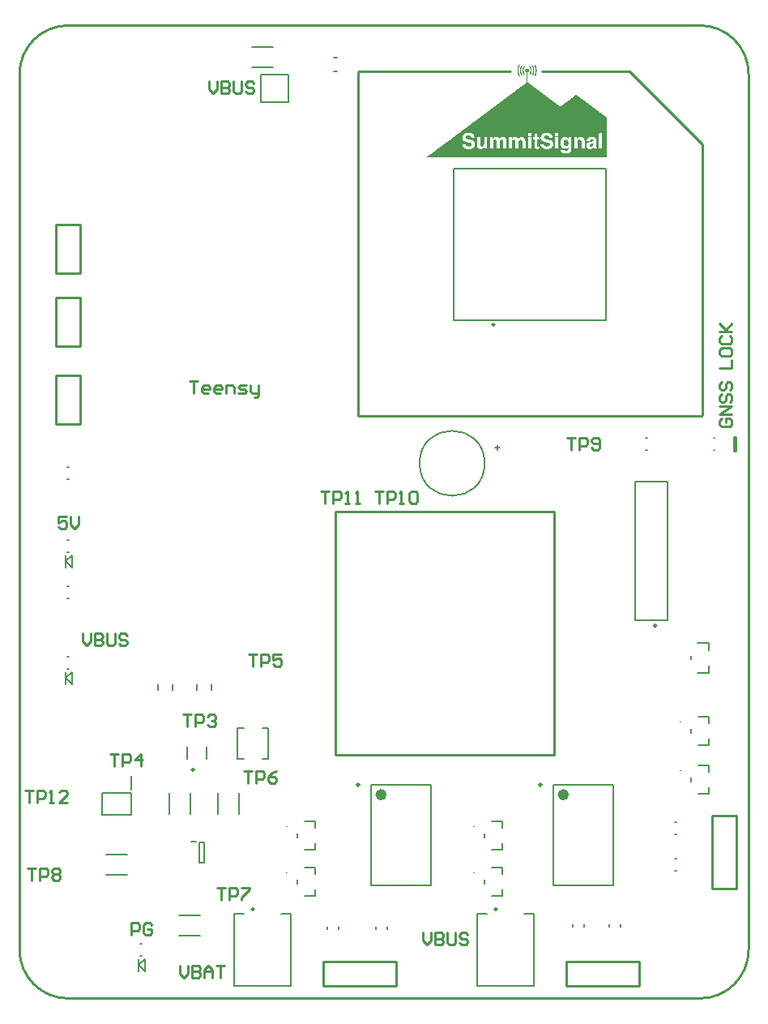
<source format=gto>
G04*
G04 #@! TF.GenerationSoftware,Altium Limited,Altium Designer,23.8.1 (32)*
G04*
G04 Layer_Color=65535*
%FSLAX25Y25*%
%MOIN*%
G70*
G04*
G04 #@! TF.SameCoordinates,29178C35-F4AC-4926-8FEA-C3B9FECDB407*
G04*
G04*
G04 #@! TF.FilePolarity,Positive*
G04*
G01*
G75*
%ADD10C,0.00394*%
%ADD11C,0.00787*%
%ADD12C,0.02362*%
%ADD13C,0.00984*%
%ADD14C,0.01000*%
%ADD15C,0.01575*%
G36*
X310067Y483088D02*
X310140D01*
Y483015D01*
X310286D01*
Y482941D01*
X310360D01*
Y482868D01*
X310433D01*
Y482722D01*
X310506D01*
Y482576D01*
X310579D01*
Y482357D01*
X310652D01*
Y482064D01*
X310725D01*
Y480822D01*
X310652D01*
Y480529D01*
X310579D01*
Y480383D01*
X310506D01*
Y480237D01*
X310433D01*
Y480091D01*
X310360D01*
Y480018D01*
X310286D01*
Y479944D01*
X310213D01*
Y479871D01*
X310140D01*
Y479798D01*
X310067D01*
Y479725D01*
X309921D01*
Y479798D01*
X309848D01*
Y480164D01*
X309921D01*
Y480310D01*
X309994D01*
Y480456D01*
X310067D01*
Y480675D01*
X310140D01*
Y480895D01*
X310213D01*
Y481187D01*
X310286D01*
Y481626D01*
Y481699D01*
Y481991D01*
X310213D01*
Y482284D01*
X310140D01*
Y482503D01*
X310067D01*
Y482576D01*
X309994D01*
Y482722D01*
X309921D01*
Y482795D01*
X309848D01*
Y482941D01*
X309775D01*
Y483015D01*
X309702D01*
Y483161D01*
X310067D01*
Y483088D01*
D02*
G37*
G36*
X307947Y482941D02*
X307874D01*
Y482868D01*
X307801D01*
Y482722D01*
X307728D01*
Y482649D01*
X307655D01*
Y482503D01*
X307582D01*
Y482357D01*
X307509D01*
Y482137D01*
X307436D01*
Y481114D01*
X307509D01*
Y480822D01*
X307582D01*
Y480602D01*
X307655D01*
Y480456D01*
X307728D01*
Y480310D01*
X307801D01*
Y480091D01*
X307874D01*
Y479798D01*
X307801D01*
Y479725D01*
X307655D01*
Y479798D01*
X307582D01*
Y479871D01*
X307509D01*
Y479944D01*
X307436D01*
Y480018D01*
X307363D01*
Y480091D01*
X307290D01*
Y480164D01*
X307216D01*
Y480310D01*
X307143D01*
Y480456D01*
X307070D01*
Y480749D01*
X306997D01*
Y481260D01*
X306924D01*
Y481626D01*
X306997D01*
Y482210D01*
X307070D01*
Y482430D01*
X307143D01*
Y482649D01*
X307216D01*
Y482795D01*
X307290D01*
Y482868D01*
X307363D01*
Y482941D01*
X307436D01*
Y483015D01*
X307509D01*
Y483088D01*
X307655D01*
Y483161D01*
X307947D01*
Y482941D01*
D02*
G37*
G36*
X311017Y483453D02*
X311164D01*
Y483380D01*
X311237D01*
Y483307D01*
X311310D01*
Y483234D01*
X311383D01*
Y483161D01*
X311456D01*
Y483015D01*
X311529D01*
Y482868D01*
X311602D01*
Y482649D01*
X311675D01*
Y482284D01*
X311749D01*
Y480602D01*
X311675D01*
Y480310D01*
X311602D01*
Y480091D01*
X311529D01*
Y479944D01*
X311456D01*
Y479798D01*
X311383D01*
Y479725D01*
X311310D01*
Y479652D01*
X311237D01*
Y479506D01*
X311164D01*
Y479433D01*
X310944D01*
Y479506D01*
X310871D01*
Y479871D01*
X310944D01*
Y480091D01*
X311017D01*
Y480237D01*
X311091D01*
Y480456D01*
X311164D01*
Y480749D01*
X311237D01*
Y481114D01*
X311310D01*
Y482210D01*
X311237D01*
Y482503D01*
X311164D01*
Y482722D01*
X311091D01*
Y482868D01*
X311017D01*
Y483015D01*
X310944D01*
Y483088D01*
X310871D01*
Y483234D01*
X310798D01*
Y483380D01*
X310725D01*
Y483453D01*
X310798D01*
Y483526D01*
X311017D01*
Y483453D01*
D02*
G37*
G36*
X306924Y483234D02*
X306851D01*
Y483161D01*
X306778D01*
Y483015D01*
X306705D01*
Y482868D01*
X306632D01*
Y482722D01*
X306558D01*
Y482576D01*
X306485D01*
Y482284D01*
X306412D01*
Y481041D01*
Y480968D01*
X306485D01*
Y480675D01*
X306558D01*
Y480456D01*
X306632D01*
Y480237D01*
X306705D01*
Y480018D01*
X306778D01*
Y479798D01*
X306851D01*
Y479579D01*
X306778D01*
Y479433D01*
X306558D01*
Y479506D01*
X306485D01*
Y479579D01*
X306412D01*
Y479652D01*
X306339D01*
Y479798D01*
X306266D01*
Y479944D01*
X306193D01*
Y480091D01*
X306120D01*
Y480237D01*
X306047D01*
Y480529D01*
X305974D01*
Y480968D01*
X305901D01*
Y481845D01*
X305974D01*
Y482357D01*
X306047D01*
Y482722D01*
X306120D01*
Y482868D01*
X306193D01*
Y483088D01*
X306266D01*
Y483161D01*
X306339D01*
Y483234D01*
X306412D01*
Y483307D01*
X306485D01*
Y483380D01*
X306558D01*
Y483453D01*
X306705D01*
Y483526D01*
X306924D01*
Y483234D01*
D02*
G37*
G36*
X312041Y483819D02*
X312114D01*
Y483746D01*
X312187D01*
Y483673D01*
X312260D01*
Y483599D01*
X312333D01*
Y483526D01*
X312406D01*
Y483453D01*
X312479D01*
Y483307D01*
X312553D01*
Y483161D01*
X312626D01*
Y482868D01*
X312699D01*
Y482503D01*
X312772D01*
Y481772D01*
X312845D01*
Y481041D01*
X312772D01*
Y480383D01*
X312699D01*
Y480091D01*
X312626D01*
Y479871D01*
X312553D01*
Y479652D01*
X312479D01*
Y479506D01*
X312406D01*
Y479433D01*
X312333D01*
Y479286D01*
X312260D01*
Y479213D01*
X312187D01*
Y479140D01*
X312114D01*
Y479067D01*
X311968D01*
Y479213D01*
X311895D01*
Y479579D01*
X311968D01*
Y479798D01*
X312041D01*
Y480018D01*
X312114D01*
Y480237D01*
X312187D01*
Y480602D01*
X312260D01*
Y480968D01*
X312333D01*
Y482430D01*
X312260D01*
Y482722D01*
X312187D01*
Y482941D01*
X312114D01*
Y483015D01*
Y483088D01*
X312041D01*
Y483307D01*
X311968D01*
Y483380D01*
X311895D01*
Y483526D01*
X311822D01*
Y483892D01*
X312041D01*
Y483819D01*
D02*
G37*
G36*
X305901Y483599D02*
X305827D01*
Y483453D01*
X305754D01*
Y483307D01*
X305681D01*
Y483161D01*
X305608D01*
Y483015D01*
X305535D01*
Y482795D01*
X305462D01*
Y482503D01*
X305389D01*
Y481918D01*
X305316D01*
Y481480D01*
X305389D01*
Y481114D01*
Y481041D01*
Y480822D01*
X305462D01*
Y480456D01*
X305535D01*
Y480164D01*
X305608D01*
Y479944D01*
X305681D01*
Y479725D01*
X305754D01*
Y479360D01*
X305827D01*
Y479286D01*
X305754D01*
Y479067D01*
X305535D01*
Y479140D01*
X305462D01*
Y479286D01*
X305389D01*
Y479360D01*
X305316D01*
Y479506D01*
X305243D01*
Y479652D01*
X305170D01*
Y479798D01*
X305097D01*
Y480018D01*
X305023D01*
Y480310D01*
X304950D01*
Y480822D01*
X304877D01*
Y482064D01*
X304950D01*
Y482576D01*
X305023D01*
Y482941D01*
X305097D01*
Y483161D01*
X305170D01*
Y483380D01*
X305243D01*
Y483453D01*
X305316D01*
Y483599D01*
X305389D01*
Y483673D01*
X305462D01*
Y483746D01*
X305608D01*
Y483819D01*
X305681D01*
Y483892D01*
X305901D01*
Y483599D01*
D02*
G37*
G36*
X309190Y482210D02*
X309336D01*
Y482137D01*
X309409D01*
Y482064D01*
X309483D01*
Y481991D01*
X309556D01*
Y481845D01*
X309629D01*
Y481699D01*
X309702D01*
Y481260D01*
X309629D01*
Y481041D01*
X309556D01*
Y480968D01*
X309483D01*
Y480895D01*
X309409D01*
Y480822D01*
X309336D01*
Y480749D01*
X309263D01*
Y480675D01*
X309117D01*
Y476582D01*
X309190D01*
Y476509D01*
X309263D01*
Y476436D01*
X309409D01*
Y476363D01*
X309483D01*
Y476290D01*
X309556D01*
Y476216D01*
X309702D01*
Y476143D01*
X309775D01*
Y476070D01*
X309848D01*
Y475997D01*
X309994D01*
Y475924D01*
X310067D01*
Y475851D01*
X310140D01*
Y475778D01*
X310286D01*
Y475705D01*
X310360D01*
Y475632D01*
X310433D01*
Y475559D01*
X310579D01*
Y475485D01*
X310652D01*
Y475412D01*
X310725D01*
Y475339D01*
X310871D01*
Y475266D01*
X310944D01*
Y475193D01*
X311017D01*
Y475120D01*
X311164D01*
Y475047D01*
X311237D01*
Y474974D01*
X311310D01*
Y474901D01*
X311456D01*
Y474827D01*
X311529D01*
Y474754D01*
X311602D01*
Y474681D01*
X311749D01*
Y474608D01*
X311822D01*
Y474535D01*
X311895D01*
Y474462D01*
X312041D01*
Y474389D01*
X312114D01*
Y474316D01*
X312187D01*
Y474243D01*
X312333D01*
Y474170D01*
X312406D01*
Y474096D01*
X312479D01*
Y474023D01*
X312626D01*
Y473950D01*
X312699D01*
Y473877D01*
X312772D01*
Y473804D01*
X312918D01*
Y473731D01*
X312991D01*
Y473658D01*
X313064D01*
Y473585D01*
X313211D01*
Y473512D01*
X313284D01*
Y473439D01*
X313357D01*
Y473365D01*
X313503D01*
Y473292D01*
X313576D01*
Y473219D01*
X313722D01*
Y473146D01*
X313795D01*
Y473073D01*
X313868D01*
Y473000D01*
X314015D01*
Y472927D01*
X314088D01*
Y472854D01*
X314161D01*
Y472781D01*
X314307D01*
Y472708D01*
X314380D01*
Y472635D01*
X314453D01*
Y472561D01*
X314599D01*
Y472488D01*
X314672D01*
Y472415D01*
X314746D01*
Y472342D01*
X314892D01*
Y472269D01*
X314965D01*
Y472196D01*
X315038D01*
Y472123D01*
X315184D01*
Y472050D01*
X315257D01*
Y471977D01*
X315330D01*
Y471904D01*
X315477D01*
Y471830D01*
X315550D01*
Y471757D01*
X315623D01*
Y471684D01*
X315769D01*
Y471611D01*
X315842D01*
Y471538D01*
X315915D01*
Y471465D01*
X316061D01*
Y471392D01*
X316135D01*
Y471319D01*
X316208D01*
Y471246D01*
X316354D01*
Y471173D01*
X316427D01*
Y471099D01*
X316500D01*
Y471026D01*
X316646D01*
Y470953D01*
X316719D01*
Y470880D01*
X316792D01*
Y470807D01*
X316939D01*
Y470734D01*
X317012D01*
Y470661D01*
X317085D01*
Y470588D01*
X317231D01*
Y470515D01*
X317304D01*
Y470441D01*
X317377D01*
Y470368D01*
X317523D01*
Y470295D01*
X317597D01*
Y470222D01*
X317670D01*
Y470149D01*
X317816D01*
Y470076D01*
X317889D01*
Y470003D01*
X318035D01*
Y469930D01*
X318108D01*
Y469857D01*
X318181D01*
Y469784D01*
X318254D01*
Y469710D01*
X318401D01*
Y469637D01*
X318474D01*
Y469564D01*
X318620D01*
Y469491D01*
X318693D01*
Y469418D01*
X318766D01*
Y469345D01*
X318839D01*
Y469272D01*
X318985D01*
Y469199D01*
X319058D01*
Y469126D01*
X319205D01*
Y469053D01*
X319278D01*
Y468980D01*
X319351D01*
Y468906D01*
X319497D01*
Y468833D01*
X319570D01*
Y468760D01*
X319643D01*
Y468687D01*
X319790D01*
Y468614D01*
X319863D01*
Y468541D01*
X319936D01*
Y468468D01*
X320082D01*
Y468395D01*
X320155D01*
Y468322D01*
X320228D01*
Y468249D01*
X320374D01*
Y468175D01*
X320447D01*
Y468102D01*
X320520D01*
Y468029D01*
X320667D01*
Y467956D01*
X320740D01*
Y467883D01*
X320813D01*
Y467810D01*
X320959D01*
Y467737D01*
X321032D01*
Y467664D01*
X321105D01*
Y467591D01*
X321252D01*
Y467518D01*
X321325D01*
Y467444D01*
X321398D01*
Y467371D01*
X321544D01*
Y467298D01*
X321617D01*
Y467225D01*
X321690D01*
Y467152D01*
X321836D01*
Y467079D01*
X321909D01*
Y467006D01*
X321983D01*
Y466933D01*
X322129D01*
Y466860D01*
X322202D01*
Y466786D01*
X322275D01*
Y466713D01*
X322421D01*
Y466640D01*
X322640D01*
Y466713D01*
X322713D01*
Y466786D01*
X322860D01*
Y466860D01*
X322933D01*
Y466933D01*
X323006D01*
Y467006D01*
X323079D01*
Y467079D01*
X323225D01*
Y467152D01*
X323298D01*
Y467225D01*
X323444D01*
Y467298D01*
X323517D01*
Y467371D01*
X323591D01*
Y467444D01*
X323737D01*
Y467518D01*
X323810D01*
Y467591D01*
X323883D01*
Y467664D01*
X324029D01*
Y467737D01*
X324102D01*
Y467810D01*
X324175D01*
Y467883D01*
X324322D01*
Y467956D01*
X324395D01*
Y468029D01*
X324468D01*
Y468102D01*
X324614D01*
Y468175D01*
X324687D01*
Y468249D01*
X324760D01*
Y468322D01*
X324906D01*
Y468395D01*
X324979D01*
Y468468D01*
X325053D01*
Y468541D01*
X325199D01*
Y468614D01*
X325272D01*
Y468687D01*
X325345D01*
Y468760D01*
X325491D01*
Y468833D01*
X325564D01*
Y468906D01*
X325637D01*
Y468980D01*
X325784D01*
Y469053D01*
X325857D01*
Y469126D01*
X325930D01*
Y469199D01*
X326076D01*
Y469272D01*
X326149D01*
Y469345D01*
X326222D01*
Y469418D01*
X326368D01*
Y469491D01*
X326442D01*
Y469564D01*
X326515D01*
Y469637D01*
X326661D01*
Y469710D01*
X326734D01*
Y469784D01*
X326807D01*
Y469857D01*
X326953D01*
Y469930D01*
X327026D01*
Y470003D01*
X327099D01*
Y470076D01*
X327246D01*
Y470149D01*
X327319D01*
Y470222D01*
X327392D01*
Y470295D01*
X327538D01*
Y470368D01*
X327611D01*
Y470441D01*
X327684D01*
Y470515D01*
X327830D01*
Y470588D01*
X327904D01*
Y470661D01*
X328050D01*
Y470734D01*
X328123D01*
Y470807D01*
X328196D01*
Y470880D01*
X328342D01*
Y470953D01*
X328415D01*
Y471026D01*
X328488D01*
Y471099D01*
X328635D01*
Y471173D01*
X328708D01*
Y471246D01*
X328781D01*
Y471319D01*
X328927D01*
Y471392D01*
X329000D01*
Y471465D01*
X329219D01*
Y471392D01*
X329292D01*
Y471319D01*
X329365D01*
Y471246D01*
X329512D01*
Y471173D01*
X329585D01*
Y471099D01*
X329658D01*
Y471026D01*
X329804D01*
Y470953D01*
X329877D01*
Y470880D01*
X329950D01*
Y470807D01*
X330097D01*
Y470734D01*
X330170D01*
Y470661D01*
X330243D01*
Y470588D01*
X330389D01*
Y470515D01*
X330462D01*
Y470441D01*
X330535D01*
Y470368D01*
X330681D01*
Y470295D01*
X330754D01*
Y470222D01*
X330827D01*
Y470149D01*
X330974D01*
Y470076D01*
X331047D01*
Y470003D01*
X331120D01*
Y469930D01*
X331266D01*
Y469857D01*
X331339D01*
Y469784D01*
X331412D01*
Y469710D01*
X331558D01*
Y469637D01*
X331632D01*
Y469564D01*
X331705D01*
Y469491D01*
X331851D01*
Y469418D01*
X331924D01*
Y469345D01*
X331997D01*
Y469272D01*
X332143D01*
Y469199D01*
X332216D01*
Y469126D01*
X332290D01*
Y469053D01*
X332436D01*
Y468980D01*
X332509D01*
Y468906D01*
X332582D01*
Y468833D01*
X332728D01*
Y468760D01*
X332801D01*
Y468687D01*
X332874D01*
Y468614D01*
X333020D01*
Y468541D01*
X333094D01*
Y468468D01*
X333240D01*
Y468395D01*
X333313D01*
Y468322D01*
X333386D01*
Y468249D01*
X333532D01*
Y468175D01*
X333605D01*
Y468102D01*
X333678D01*
Y468029D01*
X333825D01*
Y467956D01*
X333898D01*
Y467883D01*
X333971D01*
Y467810D01*
X334117D01*
Y467737D01*
X334190D01*
Y467664D01*
X334263D01*
Y467591D01*
X334409D01*
Y467518D01*
X334483D01*
Y467444D01*
X334556D01*
Y467371D01*
X334702D01*
Y467298D01*
X334775D01*
Y467225D01*
X334848D01*
Y467152D01*
X334994D01*
Y467079D01*
X335067D01*
Y467006D01*
X335140D01*
Y466933D01*
X335286D01*
Y466860D01*
X335360D01*
Y466786D01*
X335433D01*
Y466713D01*
X335579D01*
Y466640D01*
X335652D01*
Y466567D01*
X335725D01*
Y466494D01*
X335871D01*
Y466421D01*
X335944D01*
Y466348D01*
X336017D01*
Y466275D01*
X336164D01*
Y466202D01*
X336237D01*
Y466129D01*
X336310D01*
Y466056D01*
X336456D01*
Y465982D01*
X336529D01*
Y465909D01*
X336602D01*
Y465836D01*
X336749D01*
Y465763D01*
X336822D01*
Y465690D01*
X336895D01*
Y465617D01*
X337041D01*
Y465544D01*
X337114D01*
Y465471D01*
X337187D01*
Y465398D01*
X337333D01*
Y465325D01*
X337406D01*
Y465251D01*
X337479D01*
Y465178D01*
X337626D01*
Y465105D01*
X337699D01*
Y465032D01*
X337845D01*
Y464959D01*
X337918D01*
Y464886D01*
X337991D01*
Y464813D01*
X338137D01*
Y464740D01*
X338211D01*
Y464667D01*
X338284D01*
Y464594D01*
X338430D01*
Y464521D01*
X338503D01*
Y464447D01*
X338576D01*
Y464374D01*
X338722D01*
Y464301D01*
X338795D01*
Y464228D01*
X338868D01*
Y464155D01*
X339015D01*
Y464082D01*
X339088D01*
Y464009D01*
X339161D01*
Y463936D01*
X339307D01*
Y463863D01*
X339380D01*
Y463790D01*
X339453D01*
Y463716D01*
X339599D01*
Y463643D01*
X339672D01*
Y463570D01*
X339746D01*
Y463497D01*
X339892D01*
Y463424D01*
X339965D01*
Y463351D01*
X340038D01*
Y463278D01*
X340184D01*
Y463205D01*
X340257D01*
Y463132D01*
X340330D01*
Y463059D01*
X340477D01*
Y462985D01*
X340550D01*
Y462912D01*
X340623D01*
Y462839D01*
X340769D01*
Y462766D01*
X340842D01*
Y462693D01*
X340915D01*
Y462620D01*
X341061D01*
Y462547D01*
X341135D01*
Y462474D01*
X341208D01*
Y462401D01*
X341354D01*
Y462327D01*
X341427D01*
Y462254D01*
X341573D01*
Y462181D01*
X341646D01*
Y462108D01*
X341719D01*
Y445880D01*
X267597D01*
Y445953D01*
X267743D01*
Y446026D01*
X267816D01*
Y446099D01*
X267962D01*
Y446173D01*
X268035D01*
Y446246D01*
X268108D01*
Y446319D01*
X268254D01*
Y446392D01*
X268327D01*
Y446465D01*
X268401D01*
Y446538D01*
X268547D01*
Y446611D01*
X268620D01*
Y446684D01*
X268693D01*
Y446757D01*
X268839D01*
Y446830D01*
X268912D01*
Y446904D01*
X268985D01*
Y446977D01*
X269132D01*
Y447050D01*
X269205D01*
Y447123D01*
X269278D01*
Y447196D01*
X269424D01*
Y447269D01*
X269497D01*
Y447342D01*
X269570D01*
Y447415D01*
X269716D01*
Y447488D01*
X269790D01*
Y447561D01*
X269863D01*
Y447635D01*
X270009D01*
Y447708D01*
X270082D01*
Y447781D01*
X270155D01*
Y447854D01*
X270301D01*
Y447927D01*
X270374D01*
Y448000D01*
X270447D01*
Y448073D01*
X270594D01*
Y448146D01*
X270667D01*
Y448219D01*
X270813D01*
Y448292D01*
X270886D01*
Y448365D01*
X270959D01*
Y448439D01*
X271032D01*
Y448512D01*
X271178D01*
Y448585D01*
X271252D01*
Y448658D01*
X271398D01*
Y448731D01*
X271471D01*
Y448804D01*
X271544D01*
Y448877D01*
X271617D01*
Y448950D01*
X271763D01*
Y449023D01*
X271836D01*
Y449096D01*
X271909D01*
Y449170D01*
X272056D01*
Y449243D01*
X272129D01*
Y449316D01*
X272275D01*
Y449389D01*
X272348D01*
Y449462D01*
X272421D01*
Y449535D01*
X272567D01*
Y449608D01*
X272640D01*
Y449681D01*
X272713D01*
Y449754D01*
X272860D01*
Y449827D01*
X272933D01*
Y449901D01*
X273006D01*
Y449974D01*
X273152D01*
Y450047D01*
X273225D01*
Y450120D01*
X273298D01*
Y450193D01*
X273444D01*
Y450266D01*
X273517D01*
Y450339D01*
X273591D01*
Y450412D01*
X273737D01*
Y450485D01*
X273810D01*
Y450559D01*
X273883D01*
Y450632D01*
X274029D01*
Y450705D01*
X274102D01*
Y450778D01*
X274175D01*
Y450851D01*
X274322D01*
Y450924D01*
X274395D01*
Y450997D01*
X274468D01*
Y451070D01*
X274614D01*
Y451143D01*
X274687D01*
Y451216D01*
X274760D01*
Y451290D01*
X274906D01*
Y451363D01*
X274979D01*
Y451436D01*
X275053D01*
Y451509D01*
X275199D01*
Y451582D01*
X275272D01*
Y451655D01*
X275345D01*
Y451728D01*
X275491D01*
Y451801D01*
X275564D01*
Y451874D01*
X275637D01*
Y451947D01*
X275784D01*
Y452021D01*
X275857D01*
Y452094D01*
X275930D01*
Y452167D01*
X276076D01*
Y452240D01*
X276149D01*
Y452313D01*
X276222D01*
Y452386D01*
X276368D01*
Y452459D01*
X276442D01*
Y452532D01*
X276588D01*
Y452605D01*
X276661D01*
Y452678D01*
X276734D01*
Y452751D01*
X276880D01*
Y452825D01*
X276953D01*
Y452898D01*
X277026D01*
Y452971D01*
X277172D01*
Y453044D01*
X277246D01*
Y453117D01*
X277319D01*
Y453190D01*
X277465D01*
Y453263D01*
X277538D01*
Y453336D01*
X277611D01*
Y453409D01*
X277757D01*
Y453482D01*
X277830D01*
Y453556D01*
X277904D01*
Y453629D01*
X278050D01*
Y453702D01*
X278123D01*
Y453775D01*
X278196D01*
Y453848D01*
X278342D01*
Y453921D01*
X278415D01*
Y453994D01*
X278488D01*
Y454067D01*
X278635D01*
Y454140D01*
X278708D01*
Y454213D01*
X278781D01*
Y454286D01*
X278927D01*
Y454360D01*
X279000D01*
Y454433D01*
X279073D01*
Y454506D01*
X279219D01*
Y454579D01*
X279292D01*
Y454652D01*
X279365D01*
Y454725D01*
X279512D01*
Y454798D01*
X279585D01*
Y454871D01*
X279658D01*
Y454944D01*
X279804D01*
Y455018D01*
X279877D01*
Y455091D01*
X279950D01*
Y455164D01*
X280097D01*
Y455237D01*
X280170D01*
Y455310D01*
X280243D01*
Y455383D01*
X280389D01*
Y455456D01*
X280462D01*
Y455529D01*
X280535D01*
Y455602D01*
X280681D01*
Y455675D01*
X280754D01*
Y455749D01*
X280901D01*
Y455822D01*
X280974D01*
Y455895D01*
X281047D01*
Y455968D01*
X281193D01*
Y456041D01*
X281266D01*
Y456114D01*
X281339D01*
Y456187D01*
X281485D01*
Y456260D01*
X281558D01*
Y456333D01*
X281632D01*
Y456406D01*
X281778D01*
Y456480D01*
X281851D01*
Y456553D01*
X281924D01*
Y456626D01*
X282070D01*
Y456699D01*
X282143D01*
Y456772D01*
X282216D01*
Y456845D01*
X282363D01*
Y456918D01*
X282436D01*
Y456991D01*
X282509D01*
Y457064D01*
X282655D01*
Y457137D01*
X282728D01*
Y457210D01*
X282801D01*
Y457284D01*
X282947D01*
Y457357D01*
X283020D01*
Y457430D01*
X283094D01*
Y457503D01*
X283240D01*
Y457576D01*
X283313D01*
Y457649D01*
X283386D01*
Y457722D01*
X283532D01*
Y457795D01*
X283605D01*
Y457868D01*
X283678D01*
Y457941D01*
X283825D01*
Y458015D01*
X283898D01*
Y458088D01*
X283971D01*
Y458161D01*
X284117D01*
Y458234D01*
X284190D01*
Y458307D01*
X284263D01*
Y458380D01*
X284409D01*
Y458453D01*
X284483D01*
Y458526D01*
X284556D01*
Y458599D01*
X284702D01*
Y458673D01*
X284775D01*
Y458746D01*
X284848D01*
Y458819D01*
X284994D01*
Y458892D01*
X285067D01*
Y458965D01*
X285140D01*
Y459038D01*
X285286D01*
Y459111D01*
X285360D01*
Y459184D01*
X285433D01*
Y459257D01*
X285579D01*
Y459330D01*
X285652D01*
Y459404D01*
X285798D01*
Y459477D01*
X285871D01*
Y459550D01*
X285944D01*
Y459623D01*
X286017D01*
Y459696D01*
X286164D01*
Y459769D01*
X286237D01*
Y459842D01*
X286383D01*
Y459915D01*
X286456D01*
Y459988D01*
X286529D01*
Y460061D01*
X286675D01*
Y460135D01*
X286749D01*
Y460208D01*
X286822D01*
Y460281D01*
X286968D01*
Y460354D01*
X287041D01*
Y460427D01*
X287114D01*
Y460500D01*
X287260D01*
Y460573D01*
X287333D01*
Y460646D01*
X287406D01*
Y460719D01*
X287553D01*
Y460792D01*
X287626D01*
Y460865D01*
X287699D01*
Y460939D01*
X287845D01*
Y461012D01*
X287918D01*
Y461085D01*
X287991D01*
Y461158D01*
X288137D01*
Y461231D01*
X288211D01*
Y461304D01*
X288284D01*
Y461377D01*
X288430D01*
Y461450D01*
X288503D01*
Y461523D01*
X288576D01*
Y461596D01*
X288722D01*
Y461670D01*
X288795D01*
Y461743D01*
X288868D01*
Y461816D01*
X289015D01*
Y461889D01*
X289088D01*
Y461962D01*
X289161D01*
Y462035D01*
X289307D01*
Y462108D01*
X289380D01*
Y462181D01*
X289453D01*
Y462254D01*
X289599D01*
Y462327D01*
X289672D01*
Y462401D01*
X289819D01*
Y462474D01*
X289892D01*
Y462547D01*
X289965D01*
Y462620D01*
X290038D01*
Y462693D01*
X290184D01*
Y462766D01*
X290257D01*
Y462839D01*
X290404D01*
Y462912D01*
X290477D01*
Y462985D01*
X290550D01*
Y463059D01*
X290696D01*
Y463132D01*
X290769D01*
Y463205D01*
X290842D01*
Y463278D01*
X290988D01*
Y463351D01*
X291061D01*
Y463424D01*
X291135D01*
Y463497D01*
X291281D01*
Y463570D01*
X291354D01*
Y463643D01*
X291427D01*
Y463716D01*
X291573D01*
Y463790D01*
X291646D01*
Y463863D01*
X291719D01*
Y463936D01*
X291865D01*
Y464009D01*
X291939D01*
Y464082D01*
X292012D01*
Y464155D01*
X292158D01*
Y464228D01*
X292231D01*
Y464301D01*
X292304D01*
Y464374D01*
X292450D01*
Y464447D01*
X292523D01*
Y464521D01*
X292597D01*
Y464594D01*
X292743D01*
Y464667D01*
X292816D01*
Y464740D01*
X292889D01*
Y464813D01*
X293035D01*
Y464886D01*
X293108D01*
Y464959D01*
X293181D01*
Y465032D01*
X293327D01*
Y465105D01*
X293401D01*
Y465178D01*
X293474D01*
Y465251D01*
X293620D01*
Y465325D01*
X293693D01*
Y465398D01*
X293766D01*
Y465471D01*
X293912D01*
Y465544D01*
X293985D01*
Y465617D01*
X294058D01*
Y465690D01*
X294205D01*
Y465763D01*
X294278D01*
Y465836D01*
X294351D01*
Y465909D01*
X294497D01*
Y465982D01*
X294570D01*
Y466056D01*
X294716D01*
Y466129D01*
X294790D01*
Y466202D01*
X294863D01*
Y466275D01*
X295009D01*
Y466348D01*
X295082D01*
Y466421D01*
X295155D01*
Y466494D01*
X295301D01*
Y466567D01*
X295374D01*
Y466640D01*
X295447D01*
Y466713D01*
X295594D01*
Y466786D01*
X295667D01*
Y466860D01*
X295740D01*
Y466933D01*
X295886D01*
Y467006D01*
X295959D01*
Y467079D01*
X296032D01*
Y467152D01*
X296178D01*
Y467225D01*
X296252D01*
Y467298D01*
X296325D01*
Y467371D01*
X296471D01*
Y467444D01*
X296544D01*
Y467518D01*
X296617D01*
Y467591D01*
X296763D01*
Y467664D01*
X296836D01*
Y467737D01*
X296909D01*
Y467810D01*
X297056D01*
Y467883D01*
X297129D01*
Y467956D01*
X297202D01*
Y468029D01*
X297348D01*
Y468102D01*
X297421D01*
Y468175D01*
X297494D01*
Y468249D01*
X297640D01*
Y468322D01*
X297713D01*
Y468395D01*
X297786D01*
Y468468D01*
X297933D01*
Y468541D01*
X298006D01*
Y468614D01*
X298079D01*
Y468687D01*
X298225D01*
Y468760D01*
X298298D01*
Y468833D01*
X298371D01*
Y468906D01*
X298517D01*
Y468980D01*
X298591D01*
Y469053D01*
X298664D01*
Y469126D01*
X298810D01*
Y469199D01*
X298883D01*
Y469272D01*
X299029D01*
Y469345D01*
X299102D01*
Y469418D01*
X299175D01*
Y469491D01*
X299249D01*
Y469564D01*
X299395D01*
Y469637D01*
X299468D01*
Y469710D01*
X299614D01*
Y469784D01*
X299687D01*
Y469857D01*
X299760D01*
Y469930D01*
X299833D01*
Y470003D01*
X299979D01*
Y470076D01*
X300053D01*
Y470149D01*
X300199D01*
Y470222D01*
X300272D01*
Y470295D01*
X300345D01*
Y470368D01*
X300491D01*
Y470441D01*
X300564D01*
Y470515D01*
X300637D01*
Y470588D01*
X300784D01*
Y470661D01*
X300857D01*
Y470734D01*
X300930D01*
Y470807D01*
X301076D01*
Y470880D01*
X301149D01*
Y470953D01*
X301222D01*
Y471026D01*
X301368D01*
Y471099D01*
X301442D01*
Y471173D01*
X301515D01*
Y471246D01*
X301661D01*
Y471319D01*
X301734D01*
Y471392D01*
X301807D01*
Y471465D01*
X301953D01*
Y471538D01*
X302026D01*
Y471611D01*
X302099D01*
Y471684D01*
X302246D01*
Y471757D01*
X302319D01*
Y471830D01*
X302392D01*
Y471904D01*
X302538D01*
Y471977D01*
X302611D01*
Y472050D01*
X302684D01*
Y472123D01*
X302830D01*
Y472196D01*
X302904D01*
Y472269D01*
X302977D01*
Y472342D01*
X303123D01*
Y472415D01*
X303196D01*
Y472488D01*
X303269D01*
Y472561D01*
X303415D01*
Y472635D01*
X303488D01*
Y472708D01*
X303561D01*
Y472781D01*
X303708D01*
Y472854D01*
X303781D01*
Y472927D01*
X303854D01*
Y473000D01*
X304000D01*
Y473073D01*
X304073D01*
Y473146D01*
X304146D01*
Y473219D01*
X304292D01*
Y473292D01*
X304365D01*
Y473365D01*
X304439D01*
Y473439D01*
X304585D01*
Y473512D01*
X304658D01*
Y473585D01*
X304804D01*
Y473658D01*
X304877D01*
Y473731D01*
X304950D01*
Y473804D01*
X305023D01*
Y473877D01*
X305170D01*
Y473950D01*
X305243D01*
Y474023D01*
X305389D01*
Y474096D01*
X305462D01*
Y474170D01*
X305535D01*
Y474243D01*
X305681D01*
Y474316D01*
X305754D01*
Y474389D01*
X305827D01*
Y474462D01*
X305974D01*
Y474535D01*
X306047D01*
Y474608D01*
X306120D01*
Y474681D01*
X306266D01*
Y474754D01*
X306339D01*
Y474827D01*
X306412D01*
Y474901D01*
X306558D01*
Y474974D01*
X306632D01*
Y475047D01*
X306705D01*
Y475120D01*
X306851D01*
Y475193D01*
X306924D01*
Y475266D01*
X306997D01*
Y475339D01*
X307143D01*
Y475412D01*
X307216D01*
Y475485D01*
X307290D01*
Y475559D01*
X307436D01*
Y475632D01*
X307509D01*
Y475705D01*
X307582D01*
Y475778D01*
X307728D01*
Y475851D01*
X307801D01*
Y475924D01*
X307874D01*
Y475997D01*
X308020D01*
Y476070D01*
X308094D01*
Y476143D01*
X308167D01*
Y476216D01*
X308313D01*
Y476290D01*
X308386D01*
Y476363D01*
X308459D01*
Y476436D01*
X308605D01*
Y480675D01*
X308459D01*
Y480749D01*
X308386D01*
Y480822D01*
X308240D01*
Y480895D01*
X308167D01*
Y481041D01*
X308094D01*
Y481187D01*
X308020D01*
Y481772D01*
X308094D01*
Y481918D01*
X308167D01*
Y481991D01*
X308240D01*
Y482064D01*
X308313D01*
Y482137D01*
X308386D01*
Y482210D01*
X308532D01*
Y482284D01*
X309190D01*
Y482210D01*
D02*
G37*
%LPC*%
G36*
X321690Y455749D02*
X320447D01*
Y455091D01*
Y455018D01*
Y454506D01*
X321690D01*
Y455749D01*
D02*
G37*
G36*
X310506D02*
X309263D01*
Y455675D01*
X309190D01*
Y454652D01*
Y454579D01*
X309263D01*
Y454506D01*
X310506D01*
Y455749D01*
D02*
G37*
G36*
X317085Y455895D02*
X316792D01*
Y455822D01*
X316135D01*
Y455749D01*
X315842D01*
Y455675D01*
X315623D01*
Y455602D01*
X315477D01*
Y455529D01*
X315330D01*
Y455456D01*
X315257D01*
Y455383D01*
X315111D01*
Y455310D01*
X315038D01*
Y455237D01*
X314965D01*
Y455164D01*
X314892D01*
Y455091D01*
X314819D01*
Y454944D01*
X314746D01*
Y454871D01*
X314672D01*
Y454725D01*
X314599D01*
Y454506D01*
X314526D01*
Y454213D01*
X314453D01*
Y453482D01*
X314526D01*
Y453190D01*
X314599D01*
Y452971D01*
X314672D01*
Y452898D01*
X314746D01*
Y452751D01*
X314819D01*
Y452678D01*
X314892D01*
Y452605D01*
X314965D01*
Y452532D01*
X315038D01*
Y452459D01*
X315184D01*
Y452386D01*
X315330D01*
Y452313D01*
X315477D01*
Y452240D01*
X315696D01*
Y452167D01*
X315915D01*
Y452094D01*
X316208D01*
Y452021D01*
X316500D01*
Y451947D01*
X316792D01*
Y451874D01*
X317085D01*
Y451801D01*
X317377D01*
Y451728D01*
X317670D01*
Y451655D01*
X317816D01*
Y451582D01*
X317962D01*
Y451509D01*
X318108D01*
Y451363D01*
X318181D01*
Y451290D01*
X318254D01*
Y450851D01*
X318181D01*
Y450705D01*
X318108D01*
Y450632D01*
X318035D01*
Y450559D01*
X317962D01*
Y450485D01*
X317816D01*
Y450412D01*
X317670D01*
Y450339D01*
X317304D01*
Y450266D01*
X316646D01*
Y450339D01*
X316354D01*
Y450412D01*
X316208D01*
Y450485D01*
X316061D01*
Y450559D01*
X315988D01*
Y450632D01*
X315915D01*
Y450705D01*
X315842D01*
Y450851D01*
X315769D01*
Y451070D01*
X315696D01*
Y451290D01*
X314380D01*
Y450705D01*
X314453D01*
Y450485D01*
X314526D01*
Y450339D01*
X314599D01*
Y450193D01*
X314672D01*
Y450120D01*
X314746D01*
Y449974D01*
X314819D01*
Y449901D01*
X314892D01*
Y449827D01*
X314965D01*
Y449754D01*
X315038D01*
Y449681D01*
X315184D01*
Y449608D01*
X315257D01*
Y449535D01*
X315404D01*
Y449462D01*
X315550D01*
Y449389D01*
X315696D01*
Y449316D01*
X315915D01*
Y449243D01*
X316281D01*
Y449170D01*
X317743D01*
Y449243D01*
X318108D01*
Y449316D01*
X318254D01*
Y449389D01*
X318474D01*
Y449462D01*
X318620D01*
Y449535D01*
X318693D01*
Y449608D01*
X318839D01*
Y449681D01*
X318912D01*
Y449754D01*
X318985D01*
Y449827D01*
X319058D01*
Y449901D01*
X319132D01*
Y449974D01*
X319205D01*
Y450047D01*
X319278D01*
Y450193D01*
X319351D01*
Y450266D01*
X319424D01*
Y450485D01*
X319497D01*
Y450705D01*
X319570D01*
Y451655D01*
X319497D01*
Y451947D01*
X319424D01*
Y452021D01*
X319351D01*
Y452167D01*
X319278D01*
Y452313D01*
X319205D01*
Y452386D01*
X319132D01*
Y452459D01*
X319058D01*
Y452532D01*
X318912D01*
Y452605D01*
X318839D01*
Y452678D01*
X318693D01*
Y452751D01*
X318474D01*
Y452825D01*
X318254D01*
Y452898D01*
X318035D01*
Y452971D01*
X317743D01*
Y453044D01*
X317450D01*
Y453117D01*
X317158D01*
Y453190D01*
X316865D01*
Y453263D01*
X316573D01*
Y453336D01*
X316281D01*
Y453409D01*
X316135D01*
Y453482D01*
X315988D01*
Y453556D01*
X315915D01*
Y453629D01*
X315842D01*
Y453702D01*
X315769D01*
Y454213D01*
X315842D01*
Y454360D01*
X315915D01*
Y454433D01*
X315988D01*
Y454506D01*
X316135D01*
Y454579D01*
X316281D01*
Y454652D01*
X316646D01*
Y454725D01*
X317012D01*
Y454652D01*
X317377D01*
Y454579D01*
X317597D01*
Y454506D01*
X317670D01*
Y454433D01*
X317816D01*
Y454286D01*
X317889D01*
Y454213D01*
X317962D01*
Y454067D01*
X318035D01*
Y453775D01*
X319351D01*
Y454286D01*
X319278D01*
Y454506D01*
X319205D01*
Y454725D01*
X319132D01*
Y454798D01*
X319058D01*
Y454944D01*
X318985D01*
Y455018D01*
X318912D01*
Y455091D01*
X318839D01*
Y455164D01*
X318766D01*
Y455237D01*
X318693D01*
Y455310D01*
X318620D01*
Y455383D01*
X318474D01*
Y455456D01*
X318401D01*
Y455529D01*
X318254D01*
Y455602D01*
X318108D01*
Y455675D01*
X317889D01*
Y455749D01*
X317597D01*
Y455822D01*
X317085D01*
Y455895D01*
D02*
G37*
G36*
X284848D02*
X284629D01*
Y455822D01*
X283971D01*
Y455749D01*
X283605D01*
Y455675D01*
X283459D01*
Y455602D01*
X283313D01*
Y455529D01*
X283167D01*
Y455456D01*
X283094D01*
Y455383D01*
X282947D01*
Y455310D01*
X282874D01*
Y455237D01*
X282801D01*
Y455164D01*
X282728D01*
Y455091D01*
X282655D01*
Y454944D01*
X282582D01*
Y454871D01*
X282509D01*
Y454725D01*
X282436D01*
Y454506D01*
X282363D01*
Y454286D01*
X282290D01*
Y453409D01*
X282363D01*
Y453190D01*
X282436D01*
Y452971D01*
X282509D01*
Y452898D01*
X282582D01*
Y452751D01*
X282655D01*
Y452678D01*
X282728D01*
Y452605D01*
X282801D01*
Y452532D01*
X282874D01*
Y452459D01*
X283020D01*
Y452386D01*
X283167D01*
Y452313D01*
X283313D01*
Y452240D01*
X283532D01*
Y452167D01*
X283752D01*
Y452094D01*
X283971D01*
Y452021D01*
X284263D01*
Y451947D01*
X284629D01*
Y451874D01*
X284921D01*
Y451801D01*
X285213D01*
Y451728D01*
X285506D01*
Y451655D01*
X285652D01*
Y451582D01*
X285798D01*
Y451509D01*
X285944D01*
Y451363D01*
X286017D01*
Y451290D01*
X286091D01*
Y450851D01*
X286017D01*
Y450705D01*
X285944D01*
Y450632D01*
X285871D01*
Y450559D01*
X285798D01*
Y450485D01*
X285652D01*
Y450412D01*
X285506D01*
Y450339D01*
X285140D01*
Y450266D01*
X284483D01*
Y450339D01*
X284190D01*
Y450412D01*
X284044D01*
Y450485D01*
X283898D01*
Y450559D01*
X283825D01*
Y450632D01*
X283752D01*
Y450705D01*
X283678D01*
Y450851D01*
X283605D01*
Y451070D01*
X283532D01*
Y451290D01*
X282216D01*
Y450705D01*
X282290D01*
Y450485D01*
X282363D01*
Y450339D01*
X282436D01*
Y450193D01*
X282509D01*
Y450120D01*
X282582D01*
Y449974D01*
X282655D01*
Y449901D01*
X282728D01*
Y449827D01*
X282801D01*
Y449754D01*
X282874D01*
Y449681D01*
X283020D01*
Y449608D01*
X283094D01*
Y449535D01*
X283240D01*
Y449462D01*
X283386D01*
Y449389D01*
X283532D01*
Y449316D01*
X283752D01*
Y449243D01*
X284117D01*
Y449170D01*
X285579D01*
Y449243D01*
X285944D01*
Y449316D01*
X286091D01*
Y449389D01*
X286310D01*
Y449462D01*
X286456D01*
Y449535D01*
X286529D01*
Y449608D01*
X286675D01*
Y449681D01*
X286749D01*
Y449754D01*
X286822D01*
Y449827D01*
X286895D01*
Y449901D01*
X286968D01*
Y449974D01*
X287041D01*
Y450047D01*
X287114D01*
Y450193D01*
X287187D01*
Y450339D01*
X287260D01*
Y450485D01*
X287333D01*
Y450705D01*
X287406D01*
Y451655D01*
X287333D01*
Y451874D01*
X287260D01*
Y452021D01*
X287187D01*
Y452167D01*
X287114D01*
Y452313D01*
X287041D01*
Y452386D01*
X286968D01*
Y452459D01*
X286822D01*
Y452532D01*
X286749D01*
Y452605D01*
X286675D01*
Y452678D01*
X286529D01*
Y452751D01*
X286310D01*
Y452825D01*
X286164D01*
Y452898D01*
X285871D01*
Y452971D01*
X285579D01*
Y453044D01*
X285286D01*
Y453117D01*
X284994D01*
Y453190D01*
X284702D01*
Y453263D01*
X284409D01*
Y453336D01*
X284117D01*
Y453409D01*
X283971D01*
Y453482D01*
X283825D01*
Y453556D01*
X283752D01*
Y453629D01*
X283678D01*
Y453702D01*
X283605D01*
Y454286D01*
X283678D01*
Y454360D01*
X283752D01*
Y454433D01*
X283825D01*
Y454506D01*
X283971D01*
Y454579D01*
X284117D01*
Y454652D01*
X284483D01*
Y454725D01*
X284848D01*
Y454652D01*
X285213D01*
Y454579D01*
X285433D01*
Y454506D01*
X285506D01*
Y454433D01*
X285579D01*
Y454360D01*
X285652D01*
Y454286D01*
X285725D01*
Y454213D01*
X285798D01*
Y454067D01*
X285871D01*
Y453775D01*
X287187D01*
Y454286D01*
X287114D01*
Y454506D01*
X287041D01*
Y454725D01*
X286968D01*
Y454798D01*
X286895D01*
Y454944D01*
X286822D01*
Y455018D01*
X286749D01*
Y455091D01*
X286675D01*
Y455164D01*
X286602D01*
Y455237D01*
X286529D01*
Y455310D01*
X286456D01*
Y455383D01*
X286310D01*
Y455456D01*
X286237D01*
Y455529D01*
X286091D01*
Y455602D01*
X285944D01*
Y455675D01*
X285725D01*
Y455749D01*
X285433D01*
Y455822D01*
X284848D01*
Y455895D01*
D02*
G37*
G36*
X331266Y454140D02*
X330389D01*
Y454067D01*
X330170D01*
Y453994D01*
X330023D01*
Y453921D01*
X329877D01*
Y453848D01*
X329804D01*
Y453775D01*
X329731D01*
Y453702D01*
X329658D01*
Y453629D01*
X329585D01*
Y453556D01*
X329512D01*
Y453482D01*
X329439D01*
Y453994D01*
X328196D01*
Y449316D01*
X329512D01*
Y452313D01*
X329585D01*
Y452605D01*
X329658D01*
Y452678D01*
X329731D01*
Y452825D01*
X329804D01*
Y452898D01*
X329950D01*
Y452971D01*
X330097D01*
Y453044D01*
X330754D01*
Y452971D01*
X330901D01*
Y452898D01*
X330974D01*
Y452825D01*
X331047D01*
Y452751D01*
X331120D01*
Y452459D01*
X331193D01*
Y449316D01*
X332509D01*
Y452825D01*
X332436D01*
Y453117D01*
Y453190D01*
X332363D01*
Y453336D01*
X332290D01*
Y453482D01*
X332216D01*
Y453629D01*
X332143D01*
Y453702D01*
X332070D01*
Y453775D01*
X331997D01*
Y453848D01*
X331851D01*
Y453921D01*
X331705D01*
Y453994D01*
X331558D01*
Y454067D01*
X331266D01*
Y454140D01*
D02*
G37*
G36*
X306997D02*
X306266D01*
Y454067D01*
X306047D01*
Y453994D01*
X305827D01*
Y453921D01*
X305681D01*
Y453848D01*
X305608D01*
Y453775D01*
X305535D01*
Y453702D01*
X305462D01*
Y453629D01*
X305389D01*
Y453556D01*
X305316D01*
Y453482D01*
X305243D01*
Y453409D01*
X305170D01*
Y453556D01*
X305097D01*
Y453629D01*
X305023D01*
Y453775D01*
X304950D01*
Y453848D01*
X304877D01*
Y453921D01*
X304731D01*
Y453994D01*
X304585D01*
Y454067D01*
X304365D01*
Y454140D01*
X303561D01*
Y454067D01*
X303269D01*
Y453994D01*
X303123D01*
Y453921D01*
X303050D01*
Y453848D01*
X302977D01*
Y453775D01*
X302904D01*
Y453702D01*
X302830D01*
Y453629D01*
X302757D01*
Y453556D01*
X302684D01*
Y453482D01*
X302611D01*
Y453994D01*
X301368D01*
Y449316D01*
X302684D01*
Y452532D01*
X302757D01*
Y452751D01*
X302830D01*
Y452825D01*
X302904D01*
Y452898D01*
X303050D01*
Y452971D01*
X303269D01*
Y453044D01*
X303635D01*
Y452971D01*
X303781D01*
Y452898D01*
X303927D01*
Y452751D01*
X304000D01*
Y452605D01*
X304073D01*
Y449316D01*
X305389D01*
Y452386D01*
X305462D01*
Y452605D01*
X305535D01*
Y452751D01*
X305608D01*
Y452825D01*
X305681D01*
Y452898D01*
X305754D01*
Y452971D01*
X305901D01*
Y453044D01*
X306412D01*
Y452971D01*
X306558D01*
Y452898D01*
X306632D01*
Y452825D01*
X306705D01*
Y452678D01*
X306778D01*
Y452313D01*
X306851D01*
Y449316D01*
X308094D01*
Y449608D01*
X308167D01*
Y452605D01*
X308094D01*
Y453117D01*
X308020D01*
Y453336D01*
X307947D01*
Y453482D01*
X307874D01*
Y453556D01*
X307801D01*
Y453629D01*
X307728D01*
Y453702D01*
X307655D01*
Y453775D01*
X307582D01*
Y453848D01*
X307509D01*
Y453921D01*
X307363D01*
Y453994D01*
X307216D01*
Y454067D01*
X306997D01*
Y454140D01*
D02*
G37*
G36*
X299175D02*
X298517D01*
Y454067D01*
X298225D01*
Y453994D01*
X298006D01*
Y453921D01*
X297933D01*
Y453848D01*
X297786D01*
Y453775D01*
X297713D01*
Y453702D01*
X297640D01*
Y453629D01*
X297567D01*
Y453556D01*
X297494D01*
Y453409D01*
X297348D01*
Y453556D01*
X297275D01*
Y453702D01*
X297202D01*
Y453775D01*
X297129D01*
Y453848D01*
X297056D01*
Y453921D01*
X296909D01*
Y453994D01*
X296763D01*
Y454067D01*
X296544D01*
Y454140D01*
X295740D01*
Y454067D01*
X295520D01*
Y453994D01*
X295374D01*
Y453921D01*
X295228D01*
Y453848D01*
X295155D01*
Y453775D01*
X295082D01*
Y453702D01*
X295009D01*
Y453629D01*
X294936D01*
Y453556D01*
X294863D01*
Y453482D01*
X294790D01*
Y453994D01*
X293547D01*
Y449316D01*
X294863D01*
Y452459D01*
X294936D01*
Y452678D01*
X295009D01*
Y452825D01*
X295082D01*
Y452898D01*
X295228D01*
Y452971D01*
X295447D01*
Y453044D01*
X295813D01*
Y452971D01*
X296032D01*
Y452898D01*
X296105D01*
Y452825D01*
X296178D01*
Y452678D01*
X296252D01*
Y452386D01*
X296325D01*
Y449316D01*
X297567D01*
Y451070D01*
Y451143D01*
Y452167D01*
X297640D01*
Y452605D01*
X297713D01*
Y452751D01*
X297786D01*
Y452825D01*
X297860D01*
Y452898D01*
X297933D01*
Y452971D01*
X298152D01*
Y453044D01*
X298591D01*
Y452971D01*
X298737D01*
Y452898D01*
X298810D01*
Y452825D01*
X298883D01*
Y452751D01*
X298956D01*
Y452532D01*
X299029D01*
Y449316D01*
X300345D01*
Y452898D01*
X300272D01*
Y453190D01*
X300199D01*
Y453336D01*
X300126D01*
Y453482D01*
X300053D01*
Y453629D01*
X299979D01*
Y453702D01*
X299906D01*
Y453775D01*
X299833D01*
Y453848D01*
X299687D01*
Y453921D01*
X299614D01*
Y453994D01*
X299468D01*
Y454067D01*
X299175D01*
Y454140D01*
D02*
G37*
G36*
X292450Y454067D02*
X291208D01*
Y451290D01*
X291135D01*
Y450924D01*
X291061D01*
Y450705D01*
X290988D01*
Y450559D01*
X290915D01*
Y450485D01*
X290842D01*
Y450412D01*
X290696D01*
Y450339D01*
X290477D01*
Y450266D01*
X289965D01*
Y450339D01*
X289819D01*
Y450412D01*
X289746D01*
Y450485D01*
X289672D01*
Y450559D01*
X289599D01*
Y450778D01*
X289526D01*
Y453994D01*
X289453D01*
Y454067D01*
X288211D01*
Y451801D01*
Y451728D01*
Y450559D01*
X288284D01*
Y450193D01*
X288357D01*
Y449974D01*
X288430D01*
Y449901D01*
X288503D01*
Y449754D01*
X288576D01*
Y449681D01*
X288649D01*
Y449608D01*
X288722D01*
Y449535D01*
X288795D01*
Y449462D01*
X288868D01*
Y449389D01*
X289088D01*
Y449316D01*
X289234D01*
Y449243D01*
X289819D01*
Y449170D01*
X289892D01*
Y449243D01*
X290404D01*
Y449316D01*
X290623D01*
Y449389D01*
X290769D01*
Y449462D01*
X290842D01*
Y449535D01*
X290915D01*
Y449608D01*
X291061D01*
Y449681D01*
X291135D01*
Y449827D01*
X291208D01*
Y449316D01*
X292450D01*
Y454067D01*
D02*
G37*
G36*
X339746Y455675D02*
X338503D01*
Y455602D01*
X338430D01*
Y449389D01*
X338503D01*
Y449316D01*
X339746D01*
Y455675D01*
D02*
G37*
G36*
X336017Y454140D02*
X334848D01*
Y454067D01*
X334556D01*
Y453994D01*
X334336D01*
Y453921D01*
X334190D01*
Y453848D01*
X334044D01*
Y453775D01*
X333971D01*
Y453702D01*
X333898D01*
Y453629D01*
X333825D01*
Y453556D01*
X333752D01*
Y453482D01*
X333678D01*
Y453409D01*
X333605D01*
Y453263D01*
X333532D01*
Y453044D01*
X333459D01*
Y452751D01*
X333386D01*
Y452459D01*
X334629D01*
Y452605D01*
X334702D01*
Y452751D01*
X334775D01*
Y452898D01*
X334848D01*
Y452971D01*
X334921D01*
Y453044D01*
X335140D01*
Y453117D01*
X335652D01*
Y453044D01*
X335944D01*
Y452971D01*
X336017D01*
Y452898D01*
X336091D01*
Y452678D01*
X336164D01*
Y452605D01*
X336091D01*
Y452459D01*
X336017D01*
Y452386D01*
X335944D01*
Y452313D01*
X335725D01*
Y452240D01*
X335360D01*
Y452167D01*
X334848D01*
Y452094D01*
X334483D01*
Y452021D01*
X334190D01*
Y451947D01*
X334044D01*
Y451874D01*
X333898D01*
Y451801D01*
X333825D01*
Y451728D01*
X333678D01*
Y451655D01*
X333605D01*
Y451582D01*
X333532D01*
Y451436D01*
X333459D01*
Y451363D01*
X333386D01*
Y451216D01*
X333313D01*
Y450924D01*
X333240D01*
Y450193D01*
X333313D01*
Y449974D01*
X333386D01*
Y449827D01*
X333459D01*
Y449681D01*
X333532D01*
Y449608D01*
X333605D01*
Y449535D01*
X333678D01*
Y449462D01*
X333825D01*
Y449389D01*
X333898D01*
Y449316D01*
X334044D01*
Y449243D01*
X334336D01*
Y449170D01*
X335140D01*
Y449243D01*
X335360D01*
Y449316D01*
X335579D01*
Y449389D01*
X335725D01*
Y449462D01*
X335798D01*
Y449535D01*
X335944D01*
Y449608D01*
X336017D01*
Y449681D01*
X336091D01*
Y449754D01*
X336164D01*
Y449681D01*
X336237D01*
Y449389D01*
X336310D01*
Y449316D01*
X337699D01*
Y449535D01*
X337626D01*
Y449608D01*
X337553D01*
Y449681D01*
X337479D01*
Y449827D01*
X337406D01*
Y453117D01*
X337333D01*
Y453336D01*
X337260D01*
Y453482D01*
X337187D01*
Y453556D01*
X337114D01*
Y453629D01*
X337041D01*
Y453702D01*
X336968D01*
Y453775D01*
X336895D01*
Y453848D01*
X336749D01*
Y453921D01*
X336529D01*
Y453994D01*
X336310D01*
Y454067D01*
X336017D01*
Y454140D01*
D02*
G37*
G36*
X321690Y454067D02*
X320447D01*
Y449316D01*
X321690D01*
Y451290D01*
Y451363D01*
Y454067D01*
D02*
G37*
G36*
X310506D02*
X309263D01*
Y453994D01*
X309190D01*
Y452459D01*
Y452386D01*
Y449316D01*
X310506D01*
Y454067D01*
D02*
G37*
G36*
X313064Y455310D02*
X311822D01*
Y453994D01*
X311164D01*
Y453044D01*
X311822D01*
Y449827D01*
X311895D01*
Y449681D01*
X311968D01*
Y449535D01*
X312114D01*
Y449462D01*
X312187D01*
Y449389D01*
X312333D01*
Y449316D01*
X312626D01*
Y449243D01*
X313795D01*
Y449316D01*
X313868D01*
Y450193D01*
X313795D01*
Y450266D01*
X313137D01*
Y450412D01*
X313064D01*
Y453044D01*
X313795D01*
Y453117D01*
X313868D01*
Y453921D01*
X313795D01*
Y453994D01*
X313064D01*
Y455310D01*
D02*
G37*
G36*
X324979Y454140D02*
X324102D01*
Y454067D01*
X323883D01*
Y453994D01*
X323664D01*
Y453921D01*
X323591D01*
Y453848D01*
X323444D01*
Y453775D01*
X323371D01*
Y453702D01*
X323298D01*
Y453629D01*
X323225D01*
Y453556D01*
X323152D01*
Y453482D01*
X323079D01*
Y453409D01*
X323006D01*
Y453263D01*
X322933D01*
Y453117D01*
X322860D01*
Y452971D01*
X322786D01*
Y452825D01*
X322713D01*
Y452605D01*
X322640D01*
Y452240D01*
X322567D01*
Y451070D01*
X322640D01*
Y450705D01*
X322713D01*
Y450559D01*
X322786D01*
Y450339D01*
X322860D01*
Y450193D01*
X322933D01*
Y450120D01*
X323006D01*
Y449974D01*
X323079D01*
Y449901D01*
X323152D01*
Y449827D01*
X323225D01*
Y449754D01*
X323298D01*
Y449681D01*
X323371D01*
Y449608D01*
X323517D01*
Y449535D01*
X323664D01*
Y449462D01*
X323810D01*
Y449389D01*
X324029D01*
Y449316D01*
X325126D01*
Y449389D01*
X325272D01*
Y449462D01*
X325418D01*
Y449535D01*
X325564D01*
Y449608D01*
X325637D01*
Y449681D01*
X325711D01*
Y449754D01*
X325784D01*
Y449901D01*
X325857D01*
Y449243D01*
X325784D01*
Y448877D01*
X325711D01*
Y448731D01*
X325637D01*
Y448658D01*
X325564D01*
Y448585D01*
X325491D01*
Y448512D01*
X325345D01*
Y448439D01*
X325053D01*
Y448365D01*
X324614D01*
Y448439D01*
X324322D01*
Y448512D01*
X324249D01*
Y448585D01*
X324175D01*
Y448658D01*
X324102D01*
Y448804D01*
X324029D01*
Y448877D01*
X322713D01*
Y448804D01*
X322640D01*
Y448731D01*
X322713D01*
Y448439D01*
X322786D01*
Y448292D01*
X322860D01*
Y448219D01*
Y448146D01*
X322933D01*
Y448073D01*
X323006D01*
Y447927D01*
X323152D01*
Y447854D01*
X323225D01*
Y447781D01*
X323298D01*
Y447708D01*
X323444D01*
Y447635D01*
X323591D01*
Y447561D01*
X323810D01*
Y447488D01*
X324175D01*
Y447415D01*
X325491D01*
Y447488D01*
X325857D01*
Y447561D01*
X326076D01*
Y447635D01*
X326222D01*
Y447708D01*
X326368D01*
Y447781D01*
X326442D01*
Y447854D01*
X326515D01*
Y447927D01*
X326661D01*
Y448073D01*
X326734D01*
Y448146D01*
X326807D01*
Y448219D01*
X326880D01*
Y448365D01*
X326953D01*
Y448585D01*
X327026D01*
Y448877D01*
X327099D01*
Y454067D01*
X325930D01*
Y453994D01*
X325857D01*
Y453556D01*
X325784D01*
Y453629D01*
X325711D01*
Y453702D01*
X325637D01*
Y453775D01*
X325564D01*
Y453848D01*
X325491D01*
Y453921D01*
X325345D01*
Y453994D01*
X325199D01*
Y454067D01*
X324979D01*
Y454140D01*
D02*
G37*
%LPD*%
G36*
X336164Y451070D02*
X336091D01*
Y450705D01*
X336017D01*
Y450559D01*
X335944D01*
Y450412D01*
X335871D01*
Y450339D01*
X335725D01*
Y450266D01*
X335579D01*
Y450193D01*
X335360D01*
Y450120D01*
X334848D01*
Y450193D01*
X334702D01*
Y450266D01*
X334629D01*
Y450412D01*
X334556D01*
Y450924D01*
X334629D01*
Y451070D01*
X334702D01*
Y451143D01*
X334848D01*
Y451216D01*
X335067D01*
Y451290D01*
X335360D01*
Y451363D01*
X335725D01*
Y451436D01*
X335944D01*
Y451509D01*
X336164D01*
Y451070D01*
D02*
G37*
G36*
X324979Y452971D02*
X325272D01*
Y452898D01*
X325418D01*
Y452825D01*
X325491D01*
Y452751D01*
X325564D01*
Y452678D01*
X325637D01*
Y452532D01*
X325711D01*
Y452386D01*
X325784D01*
Y452313D01*
Y452167D01*
X325857D01*
Y451216D01*
X325784D01*
Y450997D01*
X325711D01*
Y450851D01*
X325637D01*
Y450705D01*
X325564D01*
Y450632D01*
X325491D01*
Y450559D01*
X325345D01*
Y450485D01*
X325272D01*
Y450412D01*
X324541D01*
Y450485D01*
X324395D01*
Y450559D01*
X324249D01*
Y450632D01*
X324175D01*
Y450778D01*
X324102D01*
Y450851D01*
X324029D01*
Y451070D01*
X323956D01*
Y451290D01*
X323883D01*
Y452094D01*
X323956D01*
Y452386D01*
X324029D01*
Y452532D01*
X324102D01*
Y452678D01*
X324175D01*
Y452751D01*
X324249D01*
Y452825D01*
X324322D01*
Y452898D01*
X324468D01*
Y452971D01*
X324760D01*
Y453044D01*
X324979D01*
Y452971D01*
D02*
G37*
D10*
X209732Y170740D02*
G03*
X210126Y170740I197J0D01*
G01*
D02*
G03*
X209732Y170740I-197J0D01*
G01*
X371732Y213740D02*
G03*
X372126Y213740I197J0D01*
G01*
D02*
G03*
X371732Y213740I-197J0D01*
G01*
X286732Y151740D02*
G03*
X287126Y151740I197J0D01*
G01*
D02*
G03*
X286732Y151740I-197J0D01*
G01*
X209732D02*
G03*
X210126Y151740I197J0D01*
G01*
D02*
G03*
X209732Y151740I-197J0D01*
G01*
X371732Y193740D02*
G03*
X372126Y193740I197J0D01*
G01*
D02*
G03*
X371732Y193740I-197J0D01*
G01*
X286732Y170740D02*
G03*
X287126Y170740I197J0D01*
G01*
D02*
G03*
X286732Y170740I-197J0D01*
G01*
D11*
X291386Y320000D02*
G03*
X291386Y320000I-13386J0D01*
G01*
X217213Y161291D02*
X221543D01*
Y163850D01*
X217213Y172709D02*
X221543D01*
Y170150D02*
Y172709D01*
X214457Y166213D02*
Y167787D01*
X170768Y164528D02*
X172638D01*
X174016Y155866D02*
Y164134D01*
Y155866D02*
X175984D01*
Y164134D01*
X174016D02*
X175984D01*
X145905Y185906D02*
Y191417D01*
X134095Y184528D02*
X145905D01*
X134095Y175472D02*
Y184528D01*
Y175472D02*
X145905D01*
Y184528D01*
X295717Y326496D02*
X297685D01*
X296701Y325512D02*
Y327480D01*
X246539Y128606D02*
Y129394D01*
X251461Y128606D02*
Y129394D01*
X151606Y111142D02*
Y116142D01*
X149106Y113642D02*
X151606Y116142D01*
X149106Y113642D02*
X151606Y111142D01*
X149106D02*
Y116142D01*
X149799Y117539D02*
X150201D01*
X149799Y122461D02*
X150201D01*
X244795Y146331D02*
X269205D01*
X244795Y187669D02*
X269205D01*
Y146331D02*
Y187669D01*
X244795Y146331D02*
Y187669D01*
X385665Y325539D02*
X386067D01*
X385665Y330461D02*
X386067D01*
X307677Y134961D02*
X311614D01*
X311615Y105041D02*
Y134962D01*
X288386Y105040D02*
X311614D01*
X288386Y134961D02*
X292323D01*
X288386Y105040D02*
Y134961D01*
X278701Y378701D02*
X341299D01*
Y441299D01*
X278701D02*
X341299D01*
X278701Y378701D02*
Y441299D01*
X199250Y479650D02*
X210750D01*
Y468350D02*
Y479650D01*
X199250Y468350D02*
X210750D01*
X199250D02*
Y479650D01*
X189701Y198614D02*
Y211213D01*
X199839D02*
X202299D01*
X189701D02*
X192161D01*
X202299Y198614D02*
Y211213D01*
X199839Y198614D02*
X202299D01*
X189701D02*
X192161D01*
X168866Y198441D02*
Y203559D01*
X177134Y198441D02*
Y203559D01*
X229409Y486854D02*
X230591D01*
X229409Y481146D02*
X230591D01*
X135669Y150768D02*
X144331D01*
X135690Y159263D02*
X144352D01*
X353417Y312476D02*
X366803D01*
X353417Y255587D02*
Y312476D01*
Y255587D02*
X366803D01*
Y312476D01*
X379114Y246102D02*
X383740D01*
Y233898D02*
Y236949D01*
Y243051D02*
Y246102D01*
X379114Y233898D02*
X383740D01*
X376260Y239311D02*
Y240689D01*
X178953Y226819D02*
Y229181D01*
X173047Y226819D02*
Y229181D01*
X165669Y125768D02*
X174331D01*
X165690Y134263D02*
X174352D01*
X195669Y482768D02*
X204331D01*
X195690Y491262D02*
X204352D01*
X170232Y175669D02*
Y184331D01*
X161738Y175690D02*
Y184352D01*
X190232Y175669D02*
Y184331D01*
X181737Y175690D02*
Y184352D01*
X162953Y226819D02*
Y229181D01*
X157047Y226819D02*
Y229181D01*
X207677Y134961D02*
X211614D01*
X211615Y105041D02*
Y134962D01*
X188386Y105040D02*
X211614D01*
X188386Y134961D02*
X192323D01*
X188386Y105040D02*
Y134961D01*
X119606Y313539D02*
X120394D01*
X119606Y318461D02*
X120394D01*
X119606Y264539D02*
X120394D01*
X119606Y269461D02*
X120394D01*
X357669Y325539D02*
X358457D01*
X357669Y330461D02*
X358457D01*
X121606Y277142D02*
Y282142D01*
X119106Y279642D02*
X121606Y282142D01*
X119106Y279642D02*
X121606Y277142D01*
X119106D02*
Y282142D01*
X119799Y283539D02*
X120201D01*
X119799Y288461D02*
X120201D01*
X121606Y229142D02*
Y234142D01*
X119106Y231642D02*
X121606Y234142D01*
X119106Y231642D02*
X121606Y229142D01*
X119106D02*
Y234142D01*
X119799Y235539D02*
X120201D01*
X119799Y240461D02*
X120201D01*
X379213Y204291D02*
X383543D01*
Y206850D01*
X379213Y215709D02*
X383543D01*
Y213150D02*
Y215709D01*
X376457Y209213D02*
Y210787D01*
X294213Y142291D02*
X298543D01*
Y144850D01*
X294213Y153709D02*
X298543D01*
Y151150D02*
Y153709D01*
X291457Y147213D02*
Y148787D01*
X217213Y142291D02*
X221543D01*
Y144850D01*
X217213Y153709D02*
X221543D01*
Y151150D02*
Y153709D01*
X214457Y147213D02*
Y148787D01*
X369606Y167539D02*
X370394D01*
X369606Y172461D02*
X370394D01*
X369606Y152539D02*
X370394D01*
X369606Y157461D02*
X370394D01*
X327539Y129606D02*
Y130394D01*
X332461Y129606D02*
Y130394D01*
X342539Y129606D02*
Y130394D01*
X347461Y129606D02*
Y130394D01*
X226539Y128606D02*
Y129394D01*
X231461Y128606D02*
Y129394D01*
X319795Y146331D02*
X344205D01*
X319795Y187669D02*
X344205D01*
Y146331D02*
Y187669D01*
X319795Y146331D02*
Y187669D01*
X379213Y184291D02*
X383543D01*
Y186850D01*
X379213Y195709D02*
X383543D01*
Y193150D02*
Y195709D01*
X376457Y189213D02*
Y190787D01*
X294213Y161291D02*
X298543D01*
Y163850D01*
X294213Y172709D02*
X298543D01*
Y170150D02*
Y172709D01*
X291457Y166213D02*
Y167787D01*
D12*
X249913Y183732D02*
G03*
X249913Y183732I-1181J0D01*
G01*
X324913D02*
G03*
X324913Y183732I-1181J0D01*
G01*
D13*
X239776Y187847D02*
G03*
X239776Y187847I-492J0D01*
G01*
X296492Y136646D02*
G03*
X296492Y136646I-492J0D01*
G01*
X295433Y377028D02*
G03*
X295433Y377028I-492J0D01*
G01*
X171819Y194012D02*
G03*
X171819Y194012I-492J0D01*
G01*
X361980Y253224D02*
G03*
X361980Y253224I-492J0D01*
G01*
X196492Y136646D02*
G03*
X196492Y136646I-492J0D01*
G01*
X314776Y187847D02*
G03*
X314776Y187847I-492J0D01*
G01*
D14*
X225000Y105000D02*
X255000D01*
Y115000D01*
X225000D02*
X255000D01*
X225000Y105000D02*
Y115000D01*
X125000Y336000D02*
Y356000D01*
X115000D02*
X125000D01*
X115000Y336000D02*
Y356000D01*
Y336000D02*
X125000D01*
X230000Y200000D02*
Y300000D01*
X320000D01*
Y200000D02*
Y300000D01*
X230000Y200000D02*
X320000D01*
X125000Y398000D02*
Y418000D01*
X115000D02*
X125000D01*
X115000Y398000D02*
Y418000D01*
Y398000D02*
X125000D01*
Y368000D02*
Y388000D01*
X115000D02*
X125000D01*
X115000Y368000D02*
Y388000D01*
Y368000D02*
X125000D01*
X385000Y145000D02*
Y175000D01*
Y145000D02*
X395000D01*
Y175000D01*
X385000D02*
X395000D01*
X325000Y105000D02*
X355000D01*
Y115000D01*
X325000D02*
X355000D01*
X325000Y105000D02*
Y115000D01*
X377000Y455000D02*
X381000Y451000D01*
X315000Y481000D02*
X351000D01*
X239661D02*
X302000D01*
X351000D02*
X377000Y455000D01*
X381000Y451000D02*
X381000Y339661D01*
X239331Y480669D02*
X239661Y481000D01*
X239331Y339331D02*
Y480669D01*
X380669Y339331D02*
X381000Y339661D01*
X239331Y339331D02*
X380669D01*
X102253Y185499D02*
X105585D01*
X103919D01*
Y180501D01*
X107251D02*
Y185499D01*
X109750D01*
X110583Y184666D01*
Y183000D01*
X109750Y182167D01*
X107251D01*
X112250Y180501D02*
X113916D01*
X113083D01*
Y185499D01*
X112250Y184666D01*
X119747Y180501D02*
X116415D01*
X119747Y183833D01*
Y184666D01*
X118914Y185499D01*
X117248D01*
X116415Y184666D01*
X167335Y216727D02*
X170668D01*
X169002D01*
Y211729D01*
X172334D02*
Y216727D01*
X174833D01*
X175666Y215895D01*
Y214228D01*
X174833Y213395D01*
X172334D01*
X177332Y215895D02*
X178165Y216727D01*
X179831D01*
X180665Y215895D01*
Y215061D01*
X179831Y214228D01*
X178998D01*
X179831D01*
X180665Y213395D01*
Y212562D01*
X179831Y211729D01*
X178165D01*
X177332Y212562D01*
X137336Y200499D02*
X140668D01*
X139002D01*
Y195501D01*
X142334D02*
Y200499D01*
X144833D01*
X145666Y199666D01*
Y198000D01*
X144833Y197167D01*
X142334D01*
X149831Y195501D02*
Y200499D01*
X147332Y198000D01*
X150664D01*
X194335Y241499D02*
X197668D01*
X196002D01*
Y236501D01*
X199334D02*
Y241499D01*
X201833D01*
X202666Y240666D01*
Y239000D01*
X201833Y238167D01*
X199334D01*
X207664Y241499D02*
X204332D01*
Y239000D01*
X205998Y239833D01*
X206831D01*
X207664Y239000D01*
Y237334D01*
X206831Y236501D01*
X205165D01*
X204332Y237334D01*
X192335Y193499D02*
X195668D01*
X194002D01*
Y188501D01*
X197334D02*
Y193499D01*
X199833D01*
X200666Y192666D01*
Y191000D01*
X199833Y190167D01*
X197334D01*
X205664Y193499D02*
X203998Y192666D01*
X202332Y191000D01*
Y189334D01*
X203165Y188501D01*
X204831D01*
X205664Y189334D01*
Y190167D01*
X204831Y191000D01*
X202332D01*
X181335Y145499D02*
X184668D01*
X183002D01*
Y140501D01*
X186334D02*
Y145499D01*
X188833D01*
X189666Y144666D01*
Y143000D01*
X188833Y142167D01*
X186334D01*
X191332Y145499D02*
X194665D01*
Y144666D01*
X191332Y141334D01*
Y140501D01*
X103335Y153499D02*
X106668D01*
X105002D01*
Y148501D01*
X108334D02*
Y153499D01*
X110833D01*
X111666Y152666D01*
Y151000D01*
X110833Y150167D01*
X108334D01*
X113332Y152666D02*
X114165Y153499D01*
X115831D01*
X116665Y152666D01*
Y151833D01*
X115831Y151000D01*
X116665Y150167D01*
Y149334D01*
X115831Y148501D01*
X114165D01*
X113332Y149334D01*
Y150167D01*
X114165Y151000D01*
X113332Y151833D01*
Y152666D01*
X114165Y151000D02*
X115831D01*
X325336Y330499D02*
X328668D01*
X327002D01*
Y325501D01*
X330334D02*
Y330499D01*
X332833D01*
X333666Y329666D01*
Y328000D01*
X332833Y327167D01*
X330334D01*
X335332Y326334D02*
X336165Y325501D01*
X337831D01*
X338665Y326334D01*
Y329666D01*
X337831Y330499D01*
X336165D01*
X335332Y329666D01*
Y328833D01*
X336165Y328000D01*
X338665D01*
X246253Y308499D02*
X249585D01*
X247919D01*
Y303501D01*
X251251D02*
Y308499D01*
X253750D01*
X254584Y307666D01*
Y306000D01*
X253750Y305167D01*
X251251D01*
X256250Y303501D02*
X257916D01*
X257083D01*
Y308499D01*
X256250Y307666D01*
X260415D02*
X261248Y308499D01*
X262914D01*
X263747Y307666D01*
Y304334D01*
X262914Y303501D01*
X261248D01*
X260415Y304334D01*
Y307666D01*
X224086Y308499D02*
X227418D01*
X225752D01*
Y303501D01*
X229084D02*
Y308499D01*
X231583D01*
X232417Y307666D01*
Y306000D01*
X231583Y305167D01*
X229084D01*
X234083Y303501D02*
X235749D01*
X234916D01*
Y308499D01*
X234083Y307666D01*
X238248Y303501D02*
X239914D01*
X239081D01*
Y308499D01*
X238248Y307666D01*
X388002Y359000D02*
X393000D01*
Y362332D01*
X388002Y366498D02*
Y364831D01*
X388835Y363998D01*
X392167D01*
X393000Y364831D01*
Y366498D01*
X392167Y367331D01*
X388835D01*
X388002Y366498D01*
X388835Y372329D02*
X388002Y371496D01*
Y369830D01*
X388835Y368997D01*
X392167D01*
X393000Y369830D01*
Y371496D01*
X392167Y372329D01*
X388002Y373995D02*
X393000D01*
X391334D01*
X388002Y377327D01*
X390501Y374828D01*
X393000Y377327D01*
X388835Y338332D02*
X388002Y337499D01*
Y335833D01*
X388835Y335000D01*
X392167D01*
X393000Y335833D01*
Y337499D01*
X392167Y338332D01*
X390501D01*
Y336666D01*
X393000Y339998D02*
X388002D01*
X393000Y343331D01*
X388002D01*
X388835Y348329D02*
X388002Y347496D01*
Y345830D01*
X388835Y344997D01*
X389668D01*
X390501Y345830D01*
Y347496D01*
X391334Y348329D01*
X392167D01*
X393000Y347496D01*
Y345830D01*
X392167Y344997D01*
X388835Y353327D02*
X388002Y352494D01*
Y350828D01*
X388835Y349995D01*
X389668D01*
X390501Y350828D01*
Y352494D01*
X391334Y353327D01*
X392167D01*
X393000Y352494D01*
Y350828D01*
X392167Y349995D01*
X166000Y113498D02*
Y110166D01*
X167666Y108500D01*
X169332Y110166D01*
Y113498D01*
X170998D02*
Y108500D01*
X173498D01*
X174331Y109333D01*
Y110166D01*
X173498Y110999D01*
X170998D01*
X173498D01*
X174331Y111832D01*
Y112665D01*
X173498Y113498D01*
X170998D01*
X175997Y108500D02*
Y111832D01*
X177663Y113498D01*
X179329Y111832D01*
Y108500D01*
Y110999D01*
X175997D01*
X180995Y113498D02*
X184327D01*
X182661D01*
Y108500D01*
X266000Y126998D02*
Y123666D01*
X267666Y122000D01*
X269332Y123666D01*
Y126998D01*
X270998D02*
Y122000D01*
X273498D01*
X274331Y122833D01*
Y123666D01*
X273498Y124499D01*
X270998D01*
X273498D01*
X274331Y125332D01*
Y126165D01*
X273498Y126998D01*
X270998D01*
X275997D02*
Y122833D01*
X276830Y122000D01*
X278496D01*
X279329Y122833D01*
Y126998D01*
X284327Y126165D02*
X283494Y126998D01*
X281828D01*
X280995Y126165D01*
Y125332D01*
X281828Y124499D01*
X283494D01*
X284327Y123666D01*
Y122833D01*
X283494Y122000D01*
X281828D01*
X280995Y122833D01*
X146000Y126000D02*
Y130998D01*
X148499D01*
X149332Y130165D01*
Y128499D01*
X148499Y127666D01*
X146000D01*
X154331Y130165D02*
X153498Y130998D01*
X151831D01*
X150998Y130165D01*
Y126833D01*
X151831Y126000D01*
X153498D01*
X154331Y126833D01*
Y128499D01*
X152664D01*
X119332Y297998D02*
X116000D01*
Y295499D01*
X117666Y296332D01*
X118499D01*
X119332Y295499D01*
Y293833D01*
X118499Y293000D01*
X116833D01*
X116000Y293833D01*
X120998Y297998D02*
Y294666D01*
X122664Y293000D01*
X124331Y294666D01*
Y297998D01*
X125910Y249998D02*
Y246666D01*
X127576Y245000D01*
X129243Y246666D01*
Y249998D01*
X130909D02*
Y245000D01*
X133408D01*
X134241Y245833D01*
Y246666D01*
X133408Y247499D01*
X130909D01*
X133408D01*
X134241Y248332D01*
Y249165D01*
X133408Y249998D01*
X130909D01*
X135907D02*
Y245833D01*
X136740Y245000D01*
X138406D01*
X139239Y245833D01*
Y249998D01*
X144238Y249165D02*
X143405Y249998D01*
X141738D01*
X140905Y249165D01*
Y248332D01*
X141738Y247499D01*
X143405D01*
X144238Y246666D01*
Y245833D01*
X143405Y245000D01*
X141738D01*
X140905Y245833D01*
X178000Y476998D02*
Y473666D01*
X179666Y472000D01*
X181332Y473666D01*
Y476998D01*
X182998D02*
Y472000D01*
X185498D01*
X186331Y472833D01*
Y473666D01*
X185498Y474499D01*
X182998D01*
X185498D01*
X186331Y475332D01*
Y476165D01*
X185498Y476998D01*
X182998D01*
X187997D02*
Y472833D01*
X188830Y472000D01*
X190496D01*
X191329Y472833D01*
Y476998D01*
X196327Y476165D02*
X195494Y476998D01*
X193828D01*
X192995Y476165D01*
Y475332D01*
X193828Y474499D01*
X195494D01*
X196327Y473666D01*
Y472833D01*
X195494Y472000D01*
X193828D01*
X192995Y472833D01*
X170000Y353664D02*
X173332D01*
X171666D01*
Y348666D01*
X177498D02*
X175831D01*
X174998Y349499D01*
Y351165D01*
X175831Y351998D01*
X177498D01*
X178331Y351165D01*
Y350332D01*
X174998D01*
X182496Y348666D02*
X180830D01*
X179997Y349499D01*
Y351165D01*
X180830Y351998D01*
X182496D01*
X183329Y351165D01*
Y350332D01*
X179997D01*
X184995Y348666D02*
Y351998D01*
X187494D01*
X188327Y351165D01*
Y348666D01*
X189994D02*
X192493D01*
X193326Y349499D01*
X192493Y350332D01*
X190827D01*
X189994Y351165D01*
X190827Y351998D01*
X193326D01*
X194992D02*
Y349499D01*
X195825Y348666D01*
X198324D01*
Y347833D01*
X197491Y347000D01*
X196658D01*
X198324Y348666D02*
Y351998D01*
X380000Y100000D02*
G03*
X400000Y120000I0J20000D01*
G01*
X100000Y120000D02*
G03*
X120000Y100000I20000J0D01*
G01*
X400000Y480000D02*
G03*
X380000Y500000I-20000J0D01*
G01*
X120000Y500000D02*
G03*
X100000Y480000I0J-20000D01*
G01*
Y120000D02*
Y480000D01*
X400000Y120000D02*
X400000Y480000D01*
X120000Y100000D02*
X380000D01*
X120000Y500000D02*
X380000D01*
D15*
X394366Y325500D02*
Y330500D01*
M02*

</source>
